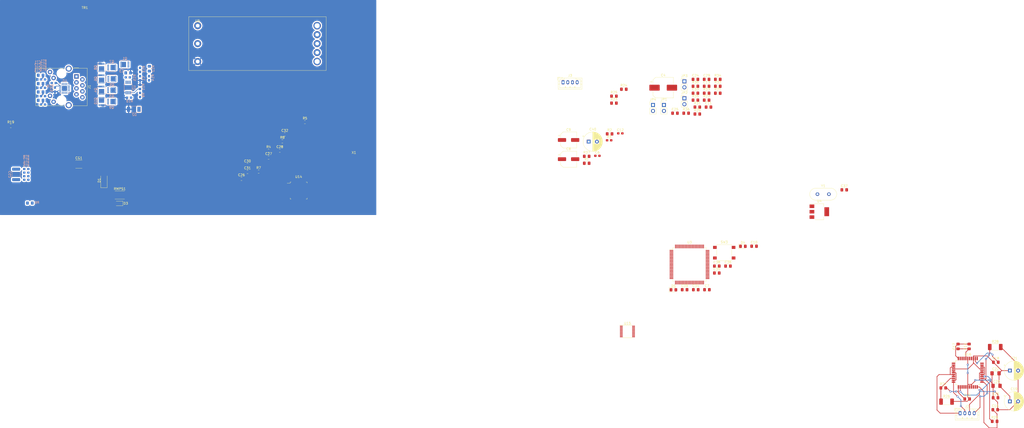
<source format=kicad_pcb>
(kicad_pcb (version 20211014) (generator pcbnew)
  (layers (0 "F.Cu" signal) (31 "B.Cu" signal) (34 "B.Paste" user) (35 "F.Paste" user) (36 "B.SilkS" user "B.Silkscreen") (37 "F.SilkS" user "F.Silkscreen") (38 "B.Mask" user) (39 "F.Mask" user) (44 "Edge.Cuts" user))
  (net 0 "")
  (net 1 "Net-(C1-Pad1)")
  (net 2 "VOUT-")
  (net 3 "Net-(C3-Pad1)")
  (net 4 "/Ethernet/VPORTP")
  (net 5 "+3V3")
  (net 6 "Net-(C26-Pad1)")
  (net 7 "GNDPWR")
  (net 8 "Net-(CG1-Pad1)")
  (net 9 "Net-(CG2-Pad1)")
  (net 10 "Net-(CT1-Pad1)")
  (net 11 "Net-(CT2-Pad1)")
  (net 12 "Net-(CT3-Pad1)")
  (net 13 "Net-(CT4-Pad1)")
  (net 14 "VOUT+")
  (net 15 "Net-(D1-Pad2)")
  (net 16 "Net-(D3-Pad2)")
  (net 17 "Net-(D4-Pad2)")
  (net 18 "Net-(D4-Pad1)")
  (net 19 "Net-(D5-Pad1)")
  (net 20 "Net-(D5-Pad2)")
  (net 21 "Net-(J2-Pad1)")
  (net 22 "Net-(J2-Pad2)")
  (net 23 "Net-(J2-Pad3)")
  (net 24 "Net-(J2-Pad4)")
  (net 25 "Net-(JP1-Pad1)")
  (net 26 "/Ethernet/RCLASS")
  (net 27 "Net-(JP3-Pad1)")
  (net 28 "/Ethernet/RCLASS++")
  (net 29 "Net-(JP4-Pad2)")
  (net 30 "/Ethernet/LED_LINK")
  (net 31 "Net-(J1-Pad11)")
  (net 32 "Net-(J1-Pad9)")
  (net 33 "/Ethernet/LED_ACT")
  (net 34 "Net-(R10-Pad1)")
  (net 35 "Net-(R11-Pad1)")
  (net 36 "Net-(Q1-Pad4)")
  (net 37 "PWRGD")
  (net 38 "Net-(R15-Pad2)")
  (net 39 "Net-(R18-Pad2)")
  (net 40 "Net-(R19-Pad1)")
  (net 41 "/Ethernet/POE_CT12")
  (net 42 "/Ethernet/POE_CT36")
  (net 43 "/Ethernet/POE_CT45")
  (net 44 "/Ethernet/POE_CT78")
  (net 45 "Net-(RT5-Pad1)")
  (net 46 "Net-(RT6-Pad1)")
  (net 47 "Net-(RT7-Pad1)")
  (net 48 "Net-(RT8-Pad1)")
  (net 49 "NRST")
  (net 50 "/Ethernet/RX-")
  (net 51 "/Ethernet/RX+")
  (net 52 "/Ethernet/TX-")
  (net 53 "/Ethernet/TX+")
  (net 54 "Net-(J1-Pad1)")
  (net 55 "Net-(J1-Pad2)")
  (net 56 "Net-(J1-Pad3)")
  (net 57 "Net-(J1-Pad6)")
  (net 58 "Net-(J1-Pad5)")
  (net 59 "Net-(J1-Pad4)")
  (net 60 "Net-(J1-Pad8)")
  (net 61 "Net-(J1-Pad7)")
  (net 62 "/Ethernet/TG36")
  (net 63 "/Ethernet/TG45")
  (net 64 "/Ethernet/TG78")
  (net 65 "/Ethernet/BG78")
  (net 66 "/Ethernet/BG45")
  (net 67 "/Ethernet/BG36")
  (net 68 "/Ethernet/BG12")
  (net 69 "/Ethernet/TG12")
  (net 78 "Net-(C12-Pad1)")
  (net 79 "Net-(R3-Pad1)")
  (net 81 "MDC")
  (net 82 "SPI2_MISO")
  (net 83 "SPI2_MOSI")
  (net 87 "MDIO")
  (net 89 "SPI1_CS")
  (net 90 "SPI1_SCK")
  (net 91 "SPI1_MISO")
  (net 92 "CRS_DV")
  (net 93 "RXD0")
  (net 94 "RXD1")
  (net 95 "CLK_429")
  (net 96 "CLK_2660")
  (net 107 "SPI2_SCK")
  (net 108 "TXEN")
  (net 110 "TXD0")
  (net 111 "TXD1")
  (net 146 "SPI1_MOSI")
  (net 151 "SPI2_CS")
  (net 154 "+12V")
  (net 159 "Net-(R30-Pad1)")
  (net 160 "Net-(R31-Pad1)")
  (net 161 "Net-(R32-Pad1)")
  (net 165 "Net-(U14-Pad34)")
  (net 167 "Net-(R35-Pad1)")
  (net 172 "Net-(J3-Pad3)")
  (net 173 "Net-(R25-Pad2)")
  (net 174 "Net-(J3-Pad4)")
  (net 175 "/Motor_Control/STEP")
  (net 176 "/Motor_Control/DIR")
  (net 180 "Net-(R26-Pad1)")
  (net 181 "Net-(C15-Pad1)")
  (net 182 "Net-(C23-Pad2)")
  (net 184 "Net-(C16-Pad1)")
  (net 185 "Net-(R28-Pad1)")
  (net 188 "Net-(C18-Pad2)")
  (net 192 "Net-(C6-Pad1)")
  (net 194 "GND")
  (net 196 "Net-(R20-Pad1)")
  (footprint "Capacitor_SMD:C_0805_2012Metric_Pad1.15x1.40mm_HandSolder" (layer "F.Cu") (at 290.485001 113.041001)
    (fp_text reference "C7")
    (fp_text value "0.1uF")
  )
  (footprint "Capacitor_SMD:C_0805_2012Metric_Pad1.15x1.40mm_HandSolder" (layer "F.Cu") (at 310.525001 94.551001)
    (fp_text reference "C10")
    (fp_text value "0.1uF")
  )
  (footprint "Capacitor_SMD:C_0805_2012Metric_Pad1.15x1.40mm_HandSolder" (layer "F.Cu") (at 401.9785 137.171 90)
    (fp_text reference "C14")
    (fp_text value "0.1uF")
  )
  (footprint "Capacitor_SMD:C_0805_2012Metric_Pad1.15x1.40mm_HandSolder" (layer "F.Cu") (at 397.2795 137.171 90)
    (fp_text reference "C17")
    (fp_text value "0.1uF")
  )
  (footprint "Capacitor_SMD:C_0805_2012Metric_Pad1.15x1.40mm_HandSolder" (layer "F.Cu") (at 92.528001 65.902001)
    (fp_text reference "C26")
    (fp_text value "0.1uF")
  )
  (footprint "Capacitor_SMD:C_0805_2012Metric_Pad1.15x1.40mm_HandSolder" (layer "F.Cu") (at 104.078001 56.892001)
    (fp_text reference "C27")
    (fp_text value "0.1uF")
  )
  (footprint "Capacitor_SMD:C_0805_2012Metric_Pad1.15x1.40mm_HandSolder" (layer "F.Cu") (at 108.828001 53.942001)
    (fp_text reference "C28")
    (fp_text value "0.1uF")
  )
  (footprint "Capacitor_SMD:C_0805_2012Metric_Pad1.15x1.40mm_HandSolder" (layer "F.Cu") (at 95.088001 60.002001)
    (fp_text reference "C30")
    (fp_text value "0.1uF")
  )
  (footprint "Capacitor_SMD:C_0805_2012Metric_Pad1.15x1.40mm_HandSolder" (layer "F.Cu") (at 95.088001 62.952001)
    (fp_text reference "C31")
    (fp_text value "0.1uF")
  )
  (footprint "Capacitor_SMD:C_0805_2012Metric_Pad1.15x1.40mm_HandSolder" (layer "F.Cu") (at 110.958001 47.002001)
    (fp_text reference "C32")
    (fp_text value "0.1uF")
  )
  (footprint "Capacitor_SMD:C_0805_2012Metric_Pad1.15x1.40mm_HandSolder" (layer "F.Cu") (at 285.735001 113.041001)
    (fp_text reference "C34")
    (fp_text value "0.1uF")
  )
  (footprint "Capacitor_SMD:C_0805_2012Metric_Pad1.15x1.40mm_HandSolder" (layer "F.Cu") (at 294.685001 105.951001)
    (fp_text reference "C35")
    (fp_text value "0.1uF")
  )
  (footprint "Capacitor_SMD:C_0805_2012Metric_Pad1.15x1.40mm_HandSolder" (layer "F.Cu") (at 299.435001 103.001001)
    (fp_text reference "C36")
    (fp_text value "0.1uF")
  )
  (footprint "Capacitor_SMD:C_0805_2012Metric_Pad1.15x1.40mm_HandSolder" (layer "F.Cu") (at 348.885001 70.571001)
    (fp_text reference "C37")
    (fp_text value "0.1uF")
  )
  (footprint "Capacitor_SMD:C_0805_2012Metric_Pad1.15x1.40mm_HandSolder" (layer "F.Cu") (at 294.685001 103.001001)
    (fp_text reference "C38")
    (fp_text value "0.1uF")
  )
  (footprint "Capacitor_SMD:C_0805_2012Metric_Pad1.15x1.40mm_HandSolder" (layer "F.Cu") (at 280.985001 113.041001)
    (fp_text reference "C39")
    (fp_text value "0.1uF")
  )
  (footprint "Capacitor_SMD:C_1812_4532Metric_Pad1.30x3.40mm_HandSolder" (layer "F.Cu") (at 23.368 59.69)
    (fp_text reference "CG1")
    (fp_text value "1000pF")
  )
  (footprint "Diode_SMD:D_SOD-128" (layer "F.Cu") (at 34.036 66.548 90)
    (fp_text reference "D1")
    (fp_text value "D_Schottky")
  )
  (footprint "LED_SMD:LED_0805_2012Metric_Pad1.15x1.40mm_HandSolder" (layer "F.Cu") (at 40.259 76.327 180)
    (fp_text reference "D3")
    (fp_text value "LED")
  )
  (footprint "LED_SMD:LED_0805_2012Metric_Pad1.15x1.40mm_HandSolder" (layer "F.Cu") (at 305.780001 94.596001)
    (fp_text reference "D4")
    (fp_text value "LED")
  )
  (footprint "LED_SMD:LED_0805_2012Metric_Pad1.15x1.40mm_HandSolder" (layer "F.Cu") (at 276.240001 113.086001)
    (fp_text reference "D5")
    (fp_text value "LED")
  )
  (footprint "Connector_JST:JST_PH_B4B-PH-K_1x04_P2.00mm_Vertical" (layer "F.Cu") (at 398.153 165.568)
    (fp_text reference "J2")
    (fp_text value "Motor")
  )
  (footprint "Resistor_SMD:R_0805_2012Metric_Pad1.15x1.40mm_HandSolder" (layer "F.Cu") (at 104.078001 53.942001)
    (fp_text reference "R4")
    (fp_text value "34.8")
  )
  (footprint "Resistor_SMD:R_0805_2012Metric_Pad1.15x1.40mm_HandSolder" (layer "F.Cu") (at 119.516 41.783)
    (fp_text reference "R5")
    (fp_text value "140")
  )
  (footprint "Resistor_SMD:R_0805_2012Metric_Pad1.15x1.40mm_HandSolder" (layer "F.Cu") (at 99.838001 62.852001)
    (fp_text reference "R7")
    (fp_text value "330")
  )
  (footprint "Resistor_SMD:R_0805_2012Metric_Pad1.15x1.40mm_HandSolder" (layer "F.Cu") (at 109.908001 49.952001)
    (fp_text reference "R8")
    (fp_text value "330")
  )
  (footprint "Resistor_SMD:R_2512_6332Metric_Pad1.52x3.35mm_HandSolder" (layer "F.Cu") (at 40.767 72.771)
    (fp_text reference "RMPS1")
    (fp_text value "3k")
  )
  (footprint "Button_Switch_SMD:SW_SPST_B3S-1000" (layer "F.Cu") (at 297.835001 97.301001)
    (fp_text reference "SW3")
    (fp_text value "SW_Push")
  )
  (footprint "PoE_Stepper_Driver:PoE_Transformer" (layer "F.Cu") (at 39.624 10.922 180)
    (fp_text reference "TR1")
    (fp_text value "Transformer")
  )
  (footprint "Package_QFP:LQFP-100_14x14mm_P0.5mm" (layer "F.Cu") (at 283.065001 102.321001)
    (fp_text reference "U3")
    (fp_text value "STM32F407VETx")
  )
  (footprint "Package_TO_SOT_SMD:SOT-223-3_TabPin2" (layer "F.Cu") (at 338.285001 79.871001)
    (fp_text reference "U4")
    (fp_text value "NCP1117")
  )
  (footprint "Package_QFP:LQFP-48_7x7mm_P0.5mm" (layer "F.Cu") (at 116.84 70.866)
    (fp_text reference "U14")
    (fp_text value "DP83848C")
  )
  (footprint "Package_SO:SSOP-16_3.9x4.9mm_P0.635mm" (layer "F.Cu") (at 256.667 130.81)
    (fp_text reference "U15")
    (fp_text value "TMC429-I")
  )
  (footprint "Package_QFP:PQFP-44_10x10mm_P0.8mm" (layer "F.Cu") (at 401.407 148.338)
    (fp_text reference "U16")
    (fp_text value "TMC2660C-PA")
  )
  (footprint "PoE_Stepper_Driver:SXO53C" (layer "F.Cu") (at 140.335 56.769)
    (fp_text reference "X1")
    (fp_text value "SXO53C")
  )
  (footprint "Crystal:Crystal_HC49-4H_Vertical" (layer "F.Cu") (at 337.485001 72.421001)
    (fp_text reference "Y1")
    (fp_text value "8MHz")
  )
  (footprint "Connector_RJ:RJ45_Amphenol_RJMG1BD3B8K1ANR" (layer "F.Cu") (at 22.352 22.352 -90)
    (fp_text reference "J1")
    (fp_text value "RJ45")
  )
  (footprint "PoE_Stepper_Driver:E48SC12010" (layer "F.Cu") (at 73.914 0.762)
    (fp_text reference "U5")
    (fp_text value "E48SC12010")
  )
  (footprint "Capacitor_SMD:CP_Elec_8x10.5" (layer "F.Cu") (at 271.897001 27.131001)
    (fp_text reference "C4")
    (fp_text value "22uF")
  )
  (footprint "Capacitor_SMD:C_0603_1608Metric_Pad1.05x0.95mm_HandSolder" (layer "F.Cu") (at 243.897001 56.101001)
    (fp_text reference "C6")
    (fp_text value "20pF")
  )
  (footprint "Capacitor_SMD:CP_Elec_6.3x5.4" (layer "F.Cu") (at 231.647001 57.521001)
    (fp_text reference "C8")
    (fp_text value "10uF")
  )
  (footprint "Capacitor_SMD:CP_Elec_6.3x5.4" (layer "F.Cu") (at 231.647001 49.371001)
    (fp_text reference "C9")
    (fp_text value "10uF")
  )
  (footprint "Capacitor_SMD:C_0805_2012Metric_Pad1.15x1.40mm_HandSolder" (layer "F.Cu") (at 291.147001 35.381001)
    (fp_text reference "C11")
    (fp_text value "0.1uF")
  )
  (footprint "Capacitor_SMD:C_0603_1608Metric_Pad1.05x0.95mm_HandSolder" (layer "F.Cu") (at 253.637001 46.551001)
    (fp_text reference "C12")
    (fp_text value "20pF")
  )
  (footprint "Capacitor_SMD:C_0805_2012Metric_Pad1.15x1.40mm_HandSolder" (layer "F.Cu") (at 290.347001 26.531001)
    (fp_text reference "C13")
    (fp_text value "0.1uF")
  )
  (footprint "Capacitor_SMD:C_0805_2012Metric_Pad1.15x1.40mm_HandSolder" (layer "F.Cu") (at 401.153 159.514)
    (fp_text reference "C15")
    (fp_text value "10nF")
  )
  (footprint "Capacitor_SMD:C_0805_2012Metric_Pad1.15x1.40mm_HandSolder" (layer "F.Cu") (at 413.091 164.086)
    (fp_text reference "C16")
    (fp_text value "10nF")
  )
  (footprint "Capacitor_SMD:C_0805_2012Metric_Pad1.15x1.40mm_HandSolder" (layer "F.Cu") (at 413.345 143.893)
    (fp_text reference "C18")
    (fp_text value "220nF")
  )
  (footprint "Capacitor_THT:CP_Radial_D8.0mm_P3.50mm" (layer "F.Cu") (at 419.314 160.53)
    (fp_text reference "C19")
    (fp_text value "100uF")
  )
  (footprint "Capacitor_SMD:C_1206_3216Metric_Pad1.42x1.75mm_HandSolder" (layer "F.Cu") (at 413.639 153.924)
    (fp_text reference "C20")
    (fp_text value "10uF")
  )
  (footprint "Capacitor_THT:CP_Radial_D8.0mm_P3.50mm" (layer "F.Cu") (at 419.314 147.449)
    (fp_text reference "C21")
    (fp_text value "100uF")
  )
  (footprint "Capacitor_SMD:C_1206_3216Metric_Pad1.42x1.75mm_HandSolder" (layer "F.Cu") (at 413.227 148.592)
    (fp_text reference "C22")
    (fp_text value "10uF")
  )
  (footprint "Capacitor_SMD:C_0805_2012Metric_Pad1.15x1.40mm_HandSolder" (layer "F.Cu") (at 413.218 159.006)
    (fp_text reference "C23")
    (fp_text value "470nF")
  )
  (footprint "Capacitor_SMD:C_0805_2012Metric_Pad1.15x1.40mm_HandSolder" (layer "F.Cu") (at 285.597001 23.581001)
    (fp_text reference "C24")
    (fp_text value "0.1uF")
  )
  (footprint "Capacitor_SMD:C_0805_2012Metric_Pad1.15x1.40mm_HandSolder" (layer "F.Cu") (at 276.897001 37.981001)
    (fp_text reference "C25")
    (fp_text value "0.1uF")
  )
  (footprint "Capacitor_SMD:C_0805_2012Metric_Pad1.15x1.40mm_HandSolder" (layer "F.Cu") (at 290.347001 23.581001)
    (fp_text reference "C29")
    (fp_text value "10uF")
  )
  (footprint "Capacitor_SMD:C_0805_2012Metric_Pad1.15x1.40mm_HandSolder" (layer "F.Cu") (at 285.597001 29.481001)
    (fp_text reference "C33")
    (fp_text value "10nF")
  )
  (footprint "Capacitor_THT:CP_Radial_D8.0mm_P3.50mm" (layer "F.Cu") (at 240.191699 50.071001)
    (fp_text reference "C40")
    (fp_text value "47uF")
  )
  (footprint "Connector_JST:JST_PH_B4B-PH-K_1x04_P2.00mm_Vertical" (layer "F.Cu") (at 229.297001 24.831001)
    (fp_text reference "J3")
    (fp_text value "Limits")
  )
  (footprint "Connector_PinHeader_2.54mm:PinHeader_1x02_P2.54mm_Vertical" (layer "F.Cu") (at 272.197001 34.481001)
    (fp_text reference "JP1")
    (fp_text value "Jumper_NO_Small")
  )
  (footprint "Connector_PinHeader_2.54mm:PinHeader_1x02_P2.54mm_Vertical" (layer "F.Cu") (at 280.897001 31.631001)
    (fp_text reference "JP2")
    (fp_text value "Jumper_NO_Small")
  )
  (footprint "Connector_PinHeader_2.54mm:PinHeader_1x02_P2.54mm_Vertical" (layer "F.Cu") (at 280.897001 24.431001)
    (fp_text reference "JP3")
    (fp_text value "Jumper_NO_Small")
  )
  (footprint "Connector_PinHeader_2.54mm:PinHeader_1x02_P2.54mm_Vertical" (layer "F.Cu") (at 267.547001 34.481001)
    (fp_text reference "JP4")
    (fp_text value "Jumper_NO_Small")
  )
  (footprint "Resistor_SMD:R_0805_2012Metric_Pad1.15x1.40mm_HandSolder" (layer "F.Cu") (at 239.347001 59.271001)
    (fp_text reference "R1")
    (fp_text value "470")
  )
  (footprint "Resistor_SMD:R_0805_2012Metric_Pad1.15x1.40mm_HandSolder" (layer "F.Cu") (at 249.087001 46.771001)
    (fp_text reference "R2")
    (fp_text value "470")
  )
  (footprint "Resistor_SMD:R_0603_1608Metric_Pad1.05x0.95mm_HandSolder" (layer "F.Cu") (at 248.887001 49.501001)
    (fp_text reference "R3")
    (fp_text value "220")
  )
  (footprint "Resistor_SMD:R_0805_2012Metric_Pad1.15x1.40mm_HandSolder" (layer "F.Cu") (at -5.588 43.434)
    (fp_text reference "R19")
    (fp_text value "18")
  )
  (footprint "Resistor_SMD:R_0805_2012Metric_Pad1.15x1.40mm_HandSolder" (layer "F.Cu") (at 286.397001 38.331001)
    (fp_text reference "R20")
    (fp_text value "150")
  )
  (footprint "Resistor_SMD:R_0805_2012Metric_Pad1.15x1.40mm_HandSolder" (layer "F.Cu") (at 295.097001 29.481001)
    (fp_text reference "R21")
    (fp_text value "18")
  )
  (footprint "Resistor_SMD:R_0805_2012Metric_Pad1.15x1.40mm_HandSolder" (layer "F.Cu") (at 290.347001 32.431001)
    (fp_text reference "R22")
    (fp_text value "18")
  )
  (footprint "Resistor_SMD:R_0805_2012Metric_Pad1.15x1.40mm_HandSolder" (layer "F.Cu") (at 250.937001 33.691001)
    (fp_text reference "R23")
    (fp_text value "10k")
  )
  (footprint "Resistor_SMD:R_0805_2012Metric_Pad1.15x1.40mm_HandSolder" (layer "F.Cu") (at 255.137001 27.791001)
    (fp_text reference "R24")
    (fp_text value "10k")
  )
  (footprint "Resistor_SMD:R_0805_2012Metric_Pad1.15x1.40mm_HandSolder" (layer "F.Cu") (at 250.937001 30.741001)
    (fp_text reference "R25")
    (fp_text value "10k")
  )
  (footprint "Resistor_SMD:R_2010_5025Metric_Pad1.52x2.65mm_HandSolder" (layer "F.Cu") (at 392.39 160.657)
    (fp_text reference "R26")
    (fp_text value "75m")
  )
  (footprint "Resistor_SMD:R_0805_2012Metric_Pad1.15x1.40mm_HandSolder" (layer "F.Cu") (at 390.993 154.815)
    (fp_text reference "R27")
    (fp_text value "22")
  )
  (footprint "Resistor_SMD:R_2010_5025Metric_Pad1.52x2.65mm_HandSolder" (layer "F.Cu") (at 413.091 137.416)
    (fp_text reference "R28")
    (fp_text value "75m")
  )
  (footprint "Resistor_SMD:R_0805_2012Metric_Pad1.15x1.40mm_HandSolder" (layer "F.Cu") (at 412.837 169.039)
    (fp_text reference "R29")
    (fp_text value "22")
  )
  (footprint "Resistor_SMD:R_0805_2012Metric_Pad1.15x1.40mm_HandSolder" (layer "F.Cu") (at 285.597001 26.531001)
    (fp_text reference "R30")
    (fp_text value "2.2k")
  )
  (footprint "Resistor_SMD:R_0805_2012Metric_Pad1.15x1.40mm_HandSolder" (layer "F.Cu") (at 286.397001 35.381001)
    (fp_text reference "R31")
    (fp_text value "2.2k")
  )
  (footprint "Resistor_SMD:R_0805_2012Metric_Pad1.15x1.40mm_HandSolder" (layer "F.Cu") (at 295.097001 26.531001)
    (fp_text reference "R32")
    (fp_text value "4.7k")
  )
  (footprint "Resistor_SMD:R_0805_2012Metric_Pad1.15x1.40mm_HandSolder" (layer "F.Cu") (at 290.347001 29.481001)
    (fp_text reference "R33")
    (fp_text value "18")
  )
  (footprint "Resistor_SMD:R_0805_2012Metric_Pad1.15x1.40mm_HandSolder" (layer "F.Cu") (at 295.097001 23.581001)
    (fp_text reference "R34")
    (fp_text value "18")
  )
  (footprint "Resistor_SMD:R_0805_2012Metric_Pad1.15x1.40mm_HandSolder" (layer "F.Cu") (at 285.597001 32.431001)
    (fp_text reference "R35")
    (fp_text value "2.2k")
  )
  (footprint "Resistor_SMD:R_0805_2012Metric_Pad1.15x1.40mm_HandSolder" (layer "F.Cu") (at 281.647001 37.981001)
    (fp_text reference "R36")
    (fp_text value "2.2k")
  )
  (footprint "Resistor_SMD:R_0805_2012Metric_Pad1.15x1.40mm_HandSolder" (layer "F.Cu") (at 239.347001 56.321001)
    (fp_text reference "R37")
    (fp_text value "10k")
  )
  (footprint "Capacitor_SMD:C_0603_1608Metric_Pad1.05x0.95mm_HandSolder" (layer "B.Cu") (at 49.403 23.114 -90)
    (fp_text reference "C1")
    (fp_text value "0.047uF")
  )
  (footprint "Capacitor_SMD:C_0805_2012Metric_Pad1.15x1.40mm_HandSolder" (layer "B.Cu") (at 44.332 20.828)
    (fp_text reference "C3")
    (fp_text value "47nF")
  )
  (footprint "Capacitor_SMD:C_1812_4532Metric_Pad1.30x3.40mm_HandSolder" (layer "B.Cu") (at -3.302 64.008 -90)
    (fp_text reference "CG2")
    (fp_text value "1000pF")
  )
  (footprint "Capacitor_SMD:C_0805_2012Metric_Pad1.15x1.40mm_HandSolder" (layer "B.Cu") (at 7.112 25.4 180)
    (fp_text reference "CT2")
    (fp_text value "0.01uF")
  )
  (footprint "Capacitor_SMD:C_0805_2012Metric_Pad1.15x1.40mm_HandSolder" (layer "B.Cu") (at 7.112 32.512 180)
    (fp_text reference "CT3")
    (fp_text value "0.01uF")
  )
  (footprint "Diode_SMD:D_SOD-128" (layer "B.Cu") (at 46.736 36.322 180)
    (fp_text reference "D2")
    (fp_text value "TVS")
  )
  (footprint "Resistor_SMD:R_0805_2012Metric_Pad1.15x1.40mm_HandSolder" (layer "B.Cu") (at 2.54 76.2 180)
    (fp_text reference "R6")
    (fp_text value "46.4")
  )
  (footprint "Resistor_SMD:R_0603_1608Metric_Pad1.05x0.95mm_HandSolder" (layer "B.Cu") (at 49.403 30.226 90)
    (fp_text reference "R9")
    (fp_text value "174k")
  )
  (footprint "Resistor_SMD:R_0603_1608Metric_Pad1.05x0.95mm_HandSolder" (layer "B.Cu") (at 44.704 31.369 180)
    (fp_text reference "R10")
    (fp_text value "52.3k")
  )
  (footprint "Resistor_SMD:R_0603_1608Metric_Pad1.05x0.95mm_HandSolder" (layer "B.Cu") (at 49.403 26.811 90)
    (fp_text reference "R11")
    (fp_text value "0")
  )
  (footprint "Resistor_SMD:R_0805_2012Metric_Pad1.15x1.40mm_HandSolder" (layer "B.Cu") (at 53.34 19.05 90)
    (fp_text reference "R12")
    (fp_text value "8.2")
  )
  (footprint "Resistor_SMD:R_0603_1608Metric_Pad1.05x0.95mm_HandSolder" (layer "B.Cu") (at 49.403 19.558 90)
    (fp_text reference "R13")
    (fp_text value "3.3K")
  )
  (footprint "Resistor_SMD:R_0603_1608Metric_Pad1.05x0.95mm_HandSolder" (layer "B.Cu") (at 53.213 23.114 -90)
    (fp_text reference "R14")
    (fp_text value "100k")
  )
  (footprint "Resistor_SMD:R_0603_1608Metric_Pad1.05x0.95mm_HandSolder" (layer "B.Cu") (at 44.196 22.733 180)
    (fp_text reference "R15")
    (fp_text value "100k")
  )
  (footprint "Resistor_SMD:R_0603_1608Metric_Pad1.05x0.95mm_HandSolder" (layer "B.Cu") (at 12.7 25.146 180)
    (fp_text reference "R18")
    (fp_text value "0")
  )
  (footprint "Resistor_SMD:R_0603_1608Metric_Pad1.05x0.95mm_HandSolder" (layer "B.Cu") (at 8.128 27.178 180)
    (fp_text reference "RT2")
    (fp_text value "75")
  )
  (footprint "Resistor_SMD:R_0603_1608Metric_Pad1.05x0.95mm_HandSolder" (layer "B.Cu") (at 8.128 34.29 180)
    (fp_text reference "RT3")
    (fp_text value "75")
  )
  (footprint "Resistor_SMD:R_0603_1608Metric_Pad1.05x0.95mm_HandSolder" (layer "B.Cu") (at 8.128 30.734 180)
    (fp_text reference "RT4")
    (fp_text value "75")
  )
  (footprint "Resistor_SMD:R_0603_1608Metric_Pad1.05x0.95mm_HandSolder" (layer "B.Cu") (at 1.016 66.294 180)
    (fp_text reference "RT5")
    (fp_text value "75")
  )
  (footprint "Resistor_SMD:R_0603_1608Metric_Pad1.05x0.95mm_HandSolder" (layer "B.Cu") (at 1.016 64.77 180)
    (fp_text reference "RT6")
    (fp_text value "75")
  )
  (footprint "Resistor_SMD:R_0603_1608Metric_Pad1.05x0.95mm_HandSolder" (layer "B.Cu") (at 1.016 63.246 180)
    (fp_text reference "RT7")
    (fp_text value "75")
  )
  (footprint "Resistor_SMD:R_0603_1608Metric_Pad1.05x0.95mm_HandSolder" (layer "B.Cu") (at 1.016 61.722 180)
    (fp_text reference "RT8")
    (fp_text value "75")
  )
  (footprint "Package_DFN_QFN:QFN-16-1EP_4x4mm_P0.65mm_EP2.15x2.15mm" (layer "B.Cu") (at 17.272 27.432 180)
    (fp_text reference "U1")
    (fp_text value "LT4321")
  )
  (footprint "Capacitor_SMD:C_0805_2012Metric_Pad1.15x1.40mm_HandSolder" (layer "B.Cu") (at 7.112 28.956 180)
    (fp_text reference "CT4")
    (fp_text value "0.01uF")
  )
  (footprint "Capacitor_SMD:C_0805_2012Metric_Pad1.15x1.40mm_HandSolder" (layer "B.Cu") (at 7.121 21.844 180)
    (fp_text reference "CT1")
    (fp_text value "0.01uF")
  )
  (footprint "Resistor_SMD:R_0603_1608Metric_Pad1.05x0.95mm_HandSolder" (layer "B.Cu") (at 8.128 23.622 180)
    (fp_text reference "RT1")
    (fp_text value "75")
  )
  (footprint "Capacitor_SMD:C_0603_1608Metric_Pad1.05x0.95mm_HandSolder" (layer "B.Cu") (at 13.208 27.94 -90)
    (fp_text reference "C5")
    (fp_text value "0.047uF")
  )
  (footprint "Package_SO:MSOP-10_3x3mm_P0.5mm" (layer "B.Cu") (at 44.323 27.051 90)
    (fp_text reference "U2")
    (fp_text value "LT4293")
  )
  (footprint "Package_TO_SOT_SMD:LFPAK33" (layer "B.Cu") (at 42.926 17.272 180)
    (fp_text reference "Q1")
    (fp_text value "NMOS_POE")
  )
  (footprint "Package_TO_SOT_SMD:LFPAK33" (layer "B.Cu") (at 37.338 28.194)
    (fp_text reference "Q3")
    (fp_text value "NMOS_POE")
  )
  (footprint "Package_TO_SOT_SMD:LFPAK33" (layer "B.Cu") (at 33.02 28.194 -90)
    (fp_text reference "Q4")
    (fp_text value "NMOS_POE")
  )
  (footprint "Package_TO_SOT_SMD:LFPAK33" (layer "B.Cu") (at 37.441 23.368)
    (fp_text reference "Q5")
    (fp_text value "NMOS_POE")
  )
  (footprint "Package_TO_SOT_SMD:LFPAK33" (layer "B.Cu") (at 33.02 23.368 -90)
    (fp_text reference "Q6")
    (fp_text value "NMOS_POE")
  )
  (footprint "Package_TO_SOT_SMD:LFPAK33" (layer "B.Cu") (at 37.377 18.542)
    (fp_text reference "Q7")
    (fp_text value "NMOS_POE")
  )
  (footprint "Package_TO_SOT_SMD:LFPAK33" (layer "B.Cu") (at 33.02 18.542 -90)
    (fp_text reference "Q8")
    (fp_text value "NMOS_POE")
  )
  (footprint "Package_TO_SOT_SMD:LFPAK33" (layer "B.Cu") (at 37.338 33.02)
    (fp_text reference "Q9")
    (fp_text value "NMOS_POE")
  )
  (footprint "Package_TO_SOT_SMD:LFPAK33" (layer "B.Cu") (at 33.02 33.02 90)
    (fp_text reference "Q10")
    (fp_text value "NMOS_POE")
  )
  (segment (start 14.111 28.815) (end 14.519 28.407) (width 0.254) (layer "B.Cu") (net 2))
  (segment (start 13.208 28.815) (end 14.111 28.815) (width 0.254) (layer "B.Cu") (net 2))
  (segment (start 14.519 28.407) (end 15.4345 28.407) (width 0.254) (layer "B.Cu") (net 2))
  (segment (start 13.208 27.065) (end 13.208 26.924) (width 0.254) (layer "B.Cu") (net 4))
  (segment (start 13.675 26.457) (end 15.4345 26.457) (width 0.254) (layer "B.Cu") (net 4))
  (segment (start 13.208 26.924) (end 13.675 26.457) (width 0.254) (layer "B.Cu") (net 4))
  (segment (start 13.575 25.146) (end 14.1235 25.146) (width 0.254) (layer "B.Cu") (net 4))
  (segment (start 14.1235 25.146) (end 15.4345 26.457) (width 0.254) (layer "B.Cu") (net 4))
  (segment (start 400.607 139.5675) (end 400.607 142.288) (width 0.254) (layer "F.Cu") (net 5))
  (segment (start 397.2795 138.196) (end 401.9785 138.196) (width 0.254) (layer "F.Cu") (net 5))
  (segment (start 401.9785 138.196) (end 400.607 139.5675) (width 0.254) (layer "F.Cu") (net 5))
  (segment (start 8.146 21.844) (end 8.146 22.729) (width 0.508) (layer "B.Cu") (net 10))
  (segment (start 8.146 22.729) (end 7.253 23.622) (width 0.508) (layer "B.Cu") (net 10))
  (segment (start 8.137 25.4) (end 8.137 26.294) (width 0.508) (layer "B.Cu") (net 11))
  (segment (start 8.137 26.294) (end 7.253 27.178) (width 0.508) (layer "B.Cu") (net 11))
  (segment (start 8.137 32.512) (end 8.137 33.406) (width 0.508) (layer "B.Cu") (net 12))
  (segment (start 8.137 33.406) (end 7.253 34.29) (width 0.508) (layer "B.Cu") (net 12))
  (segment (start 8.137 29.85) (end 7.253 30.734) (width 0.508) (layer "B.Cu") (net 13))
  (segment (start 8.137 28.956) (end 8.137 29.85) (width 0.508) (layer "B.Cu") (net 13))
  (segment (start 395.357 149.138) (end 395.357 149.938) (width 0.254) (layer "F.Cu") (net 21))
  (segment (start 393.952 146.339) (end 394.353 145.938) (width 0.254) (layer "F.Cu") (net 21))
  (segment (start 395.357 145.938) (end 395.357 145.138) (width 0.254) (layer "F.Cu") (net 21))
  (segment (start 389.177 149.138) (end 393.952 149.138) (width 0.254) (layer "F.Cu") (net 21))
  (segment (start 388.326 149.989) (end 389.177 149.138) (width 0.254) (layer "F.Cu") (net 21))
  (segment (start 398.153 165.568) (end 389.681 165.568) (width 0.254) (layer "F.Cu") (net 21))
  (segment (start 393.952 149.138) (end 393.952 146.339) (width 0.254) (layer "F.Cu") (net 21))
  (segment (start 393.952 149.138) (end 395.357 149.138) (width 0.254) (layer "F.Cu") (net 21))
  (segment (start 388.326 164.213) (end 388.326 149.989) (width 0.254) (layer "F.Cu") (net 21))
  (segment (start 394.353 145.938) (end 395.357 145.938) (width 0.254) (layer "F.Cu") (net 21))
  (segment (start 389.681 165.568) (end 388.326 164.213) (width 0.254) (layer "F.Cu") (net 21))
  (segment (start 398.486 162.562) (end 400.153 164.229) (width 0.254) (layer "F.Cu") (net 22))
  (segment (start 395.357 148.338) (end 395.357 147.538) (width 0.254) (layer "F.Cu") (net 22))
  (segment (start 395.357 152.338) (end 395.357 156.766) (width 0.254) (layer "F.Cu") (net 22))
  (segment (start 396.220022 151.538) (end 396.433511 151.324511) (width 0.254) (layer "F.Cu") (net 22))
  (segment (start 400.153 164.229) (end 400.153 165.568) (width 0.254) (layer "F.Cu") (net 22))
  (segment (start 395.357 151.538) (end 396.220022 151.538) (width 0.254) (layer "F.Cu") (net 22))
  (segment (start 396.433511 148.551489) (end 396.220022 148.338) (width 0.254) (layer "F.Cu") (net 22))
  (segment (start 395.357 156.766) (end 397.089 158.498) (width 0.254) (layer "F.Cu") (net 22))
  (segment (start 396.220022 148.338) (end 395.357 148.338) (width 0.254) (layer "F.Cu") (net 22))
  (segment (start 395.357 152.338) (end 395.357 151.538) (width 0.254) (layer "F.Cu") (net 22))
  (segment (start 396.433511 151.324511) (end 396.433511 148.551489) (width 0.254) (layer "F.Cu") (net 22))
  (via (at 397.089 158.498) (size 0.8) (drill 0.4) (layers "F.Cu" "B.Cu") (net 22))
  (via (at 398.486 162.562) (size 0.8) (drill 0.4) (layers "F.Cu" "B.Cu") (net 22))
  (segment (start 397.089 158.498) (end 398.486 159.895) (width 0.254) (layer "B.Cu") (net 22))
  (segment (start 398.486 159.895) (end 398.486 162.562) (width 0.254) (layer "B.Cu") (net 22))
  (segment (start 407.457 145.138) (end 407.457 145.938) (width 0.254) (layer "F.Cu") (net 23))
  (segment (start 408.320022 145.938) (end 407.457 145.938) (width 0.254) (layer "F.Cu") (net 23))
  (segment (start 408.533511 148.924511) (end 408.533511 146.151489) (width 0.254) (layer "F.Cu") (net 23))
  (segment (start 407.457 149.938) (end 407.457 149.138) (width 0.254) (layer "F.Cu") (net 23))
  (segment (start 408.533511 146.151489) (end 408.320022 145.938) (width 0.254) (layer "F.Cu") (net 23))
  (segment (start 407.457 149.138) (end 408.320022 149.138) (width 0.254) (layer "F.Cu") (net 23))
  (segment (start 402.153 161.804557) (end 406.416099 157.541458) (width 0.254) (layer "F.Cu") (net 23))
  (segment (start 402.153 165.568) (end 402.153 161.804557) (width 0.254) (layer "F.Cu") (net 23))
  (segment (start 408.320022 149.138) (end 408.533511 148.924511) (width 0.254) (layer "F.Cu") (net 23))
  (segment (start 406.416099 157.541458) (end 406.416099 155.689198) (width 0.254) (layer "F.Cu") (net 23))
  (segment (start 408.4275 149.920522) (end 407.474478 149.920522) (width 0.254) (layer "F.Cu") (net 23))
  (segment (start 407.474478 149.920522) (end 407.457 149.938) (width 0.254) (layer "F.Cu") (net 23))
  (via (at 406.416099 155.689198) (size 0.8) (drill 0.4) (layers "F.Cu" "B.Cu") (net 23))
  (via (at 408.4275 149.920522) (size 0.8) (drill 0.4) (layers "F.Cu" "B.Cu") (net 23))
  (segment (start 407.402245 155.689198) (end 411.277511 151.813932) (width 0.254) (layer "B.Cu") (net 23))
  (segment (start 411.277511 151.813932) (end 411.277511 151.212068) (width 0.254) (layer "B.Cu") (net 23))
  (segment (start 411.277511 151.212068) (end 409.985965 149.920522) (width 0.254) (layer "B.Cu") (net 23))
  (segment (start 406.416099 155.689198) (end 407.402245 155.689198) (width 0.254) (layer "B.Cu") (net 23))
  (segment (start 409.985965 149.920522) (end 408.4275 149.920522) (width 0.254) (layer "B.Cu") (net 23))
  (segment (start 406.593978 151.538) (end 406.380489 151.324511) (width 0.254) (layer "F.Cu") (net 24))
  (segment (start 408.201 152.338) (end 407.457 152.338) (width 0.254) (layer "F.Cu") (net 24))
  (segment (start 409.662 157.0655) (end 409.662 153.799) (width 0.254) (layer "F.Cu") (net 24))
  (segment (start 407.457 148.338) (end 407.457 147.538) (width 0.254) (layer "F.Cu") (net 24))
  (segment (start 406.380489 148.571511) (end 406.614 148.338) (width 0.254) (layer "F.Cu") (net 24))
  (segment (start 404.153 165.568) (end 406.614 163.107) (width 0.254) (layer "F.Cu") (net 24))
  (segment (start 407.457 152.338) (end 407.457 151.538) (width 0.254) (layer "F.Cu") (net 24))
  (segment (start 406.614 148.338) (end 407.457 148.338) (width 0.254) (layer "F.Cu") (net 24))
  (segment (start 409.662 153.799) (end 408.201 152.338) (width 0.254) (layer "F.Cu") (net 24))
  (segment (start 406.614 163.107) (end 406.614 158.371) (width 0.254) (layer "F.Cu") (net 24))
  (segment (start 406.380489 151.324511) (end 406.380489 148.571511) (width 0.254) (layer "F.Cu") (net 24))
  (segment (start 407.457 151.538) (end 406.593978 151.538) (width 0.254) (layer "F.Cu") (net 24))
  (via (at 409.662 157.0655) (size 0.8) (drill 0.4) (layers "F.Cu" "B.Cu") (net 24))
  (via (at 406.614 158.371) (size 0.8) (drill 0.4) (layers "F.Cu" "B.Cu") (net 24))
  (segment (start 406.614 158.371) (end 408.3565 158.371) (width 0.254) (layer "B.Cu") (net 24))
  (segment (start 408.3565 158.371) (end 409.662 157.0655) (width 0.254) (layer "B.Cu") (net 24))
  (segment (start 45.323 29.251) (end 46.949 29.251) (width 0.254) (layer "B.Cu") (net 35))
  (segment (start 46.949 29.251) (end 48.514 27.686) (width 0.254) (layer "B.Cu") (net 35))
  (segment (start 48.514 27.686) (end 49.403 27.686) (width 0.254) (layer "B.Cu") (net 35))
  (segment (start 406.453 146.738) (end 403.807 144.092) (width 0.254) (layer "F.Cu") (net 154))
  (segment (start 409.638489 141.211489) (end 403.879511 141.211489) (width 0.254) (layer "F.Cu") (net 154))
  (segment (start 414.7145 153.799) (end 419.314 158.3985) (width 0.254) (layer "F.Cu") (net 154))
  (segment (start 414.7145 153.799) (end 414.7145 148.592) (width 0.254) (layer "F.Cu") (net 154))
  (segment (start 419.314 158.3985) (end 419.314 160.53) (width 0.254) (layer "F.Cu") (net 154))
  (segment (start 395.357 146.738) (end 401.483 146.738) (width 0.254) (layer "F.Cu") (net 154))
  (segment (start 403.807 141.284) (end 403.807 142.288) (width 0.254) (layer "F.Cu") (net 154))
  (segment (start 412.32 143.893) (end 412.32 143.9115) (width 0.254) (layer "F.Cu") (net 154))
  (segment (start 403.807 144.414) (end 403.807 144.092) (width 0.254) (layer "F.Cu") (net 154))
  (segment (start 415.8575 147.449) (end 414.7145 148.592) (width 0.254) (layer "F.Cu") (net 154))
  (segment (start 407.457 146.738) (end 406.453 146.738) (width 0.254) (layer "F.Cu") (net 154))
  (segment (start 403.879511 141.211489) (end 403.807 141.284) (width 0.254) (layer "F.Cu") (net 154))
  (segment (start 401.483 146.738) (end 403.807 144.414) (width 0.254) (layer "F.Cu") (net 154))
  (segment (start 403.807 143.151022) (end 403.807 142.288) (width 0.254) (layer "F.Cu") (net 154))
  (segment (start 412.32 143.893) (end 409.638489 141.211489) (width 0.254) (layer "F.Cu") (net 154))
  (segment (start 419.314 147.449) (end 415.8575 147.449) (width 0.254) (layer "F.Cu") (net 154))
  (segment (start 403.807 144.092) (end 403.807 142.288) (width 0.254) (layer "F.Cu") (net 154))
  (segment (start 412.32 143.9115) (end 415.8575 147.449) (width 0.254) (layer "F.Cu") (net 154))
  (segment (start 389.968 154.815) (end 389.968 159.8105) (width 0.254) (layer "F.Cu") (net 180))
  (segment (start 394.045 150.738) (end 395.357 150.738) (width 0.254) (layer "F.Cu") (net 180))
  (segment (start 389.968 159.8105) (end 390.0525 159.895) (width 0.254) (layer "F.Cu") (net 180))
  (segment (start 389.968 154.815) (end 394.045 150.738) (width 0.254) (layer "F.Cu") (net 180))
  (segment (start 397.407 156.276) (end 397.407 154.388) (width 0.254) (layer "F.Cu") (net 181))
  (segment (start 392.018 154.815) (end 392.517 154.815) (width 0.254) (layer "F.Cu") (net 181))
  (segment (start 397.407 156.793) (end 397.407 156.276) (width 0.254) (layer "F.Cu") (net 181))
  (segment (start 396.454 156.339) (end 397.344 156.339) (width 0.254) (layer "F.Cu") (net 181))
  (segment (start 397.344 156.339) (end 397.407 156.276) (width 0.254) (layer "F.Cu") (net 181))
  (segment (start 400.128 159.514) (end 397.407 156.793) (width 0.254) (layer "F.Cu") (net 181))
  (segment (start 392.517 154.815) (end 394.041 156.339) (width 0.254) (layer "F.Cu") (net 181))
  (via (at 394.041 156.339) (size 0.8) (drill 0.4) (layers "F.Cu" "B.Cu") (net 181))
  (via (at 396.454 156.339) (size 0.8) (drill 0.4) (layers "F.Cu" "B.Cu") (net 181))
  (segment (start 394.041 156.339) (end 396.454 156.339) (width 0.254) (layer "B.Cu") (net 181))
  (segment (start 414.243 159.006) (end 414.243 157.6625) (width 0.254) (layer "F.Cu") (net 182))
  (segment (start 398.232 154.413) (end 398.207 154.388) (width 0.254) (layer "F.Cu") (net 182))
  (segment (start 414.243 157.6625) (end 412.9195 156.339) (width 0.254) (layer "F.Cu") (net 182))
  (segment (start 398.232 156.339) (end 398.232 154.413) (width 0.254) (layer "F.Cu") (net 182))
  (via (at 412.9195 156.339) (size 0.8) (drill 0.4) (layers "F.Cu" "B.Cu") (net 182))
  (via (at 398.232 156.339) (size 0.8) (drill 0.4) (layers "F.Cu" "B.Cu") (net 182))
  (segment (start 399.756 157.863) (end 405.217 157.863) (width 0.254) (layer "B.Cu") (net 182))
  (segment (start 398.232 156.339) (end 399.756 157.863) (width 0.254) (layer "B.Cu") (net 182))
  (segment (start 405.217 157.863) (end 406.741 156.339) (width 0.254) (layer "B.Cu") (net 182))
  (segment (start 406.741 156.339) (end 412.9195 156.339) (width 0.254) (layer "B.Cu") (net 182))
  (segment (start 413.862 169.039) (end 413.862 165.882) (width 0.254) (layer "F.Cu") (net 184))
  (segment (start 410.551 171.833) (end 408.265 169.547) (width 0.254) (layer "F.Cu") (net 184))
  (segment (start 413.853 171.833) (end 410.551 171.833) (width 0.254) (layer "F.Cu") (net 184))
  (segment (start 408.265 156.339) (end 406.314 154.388) (width 0.254) (layer "F.Cu") (net 184))
  (segment (start 413.862 171.824) (end 413.853 171.833) (width 0.254) (layer "F.Cu") (net 184))
  (segment (start 413.862 169.039) (end 413.862 171.824) (width 0.254) (layer "F.Cu") (net 184))
  (segment (start 413.862 165.882) (end 412.066 164.086) (width 0.254) (layer "F.Cu") (net 184))
  (segment (start 408.265 169.547) (end 408.265 156.339) (width 0.254) (layer "F.Cu") (net 184))
  (segment (start 406.314 154.388) (end 405.407 154.388) (width 0.254) (layer "F.Cu") (net 184))
  (segment (start 409.154 150.878) (end 408.8365 151.1955) (width 0.254) (layer "F.Cu") (net 185))
  (segment (start 410.70048 167.92748) (end 410.70048 153.05948) (width 0.254) (layer "F.Cu") (net 185))
  (segment (start 410.7535 140.3885) (end 410.424 140.718) (width 0.254) (layer "F.Cu") (net 185))
  (segment (start 411.812 169.039) (end 410.70048 167.92748) (width 0.254) (layer "F.Cu") (net 185))
  (segment (start 408.379 150.738) (end 407.457 150.738) (width 0.254) (layer "F.Cu") (net 185))
  (segment (start 408.8365 151.1955) (end 408.379 150.738) (width 0.254) (layer "F.Cu") (net 185))
  (segment (start 410.70048 153.05948) (end 408.8365 151.1955) (width 0.254) (layer "F.Cu") (net 185))
  (segment (start 409.154 142.496) (end 409.154 150.878) (width 0.254) (layer "F.Cu") (net 185))
  (segment (start 410.7535 137.416) (end 410.7535 140.3885) (width 0.254) (layer "F.Cu") (net 185))
  (via (at 410.424 140.718) (size 0.8) (drill 0.4) (layers "F.Cu" "B.Cu") (net 185))
  (via (at 409.154 142.496) (size 0.8) (drill 0.4) (layers "F.Cu" "B.Cu") (net 185))
  (segment (start 410.424 140.718) (end 410.424 141.226) (width 0.254) (layer "B.Cu") (net 185))
  (segment (start 410.424 141.226) (end 409.154 142.496) (width 0.254) (layer "B.Cu") (net 185))
  (segment (start 405.344 144.274) (end 404.607 143.537) (width 0.254) (layer "F.Cu") (net 188))
  (segment (start 404.607 143.537) (end 404.607 142.288) (width 0.254) (layer "F.Cu") (net 188))
  (segment (start 411.948 141.471) (end 411.948 140.718) (width 0.254) (layer "F.Cu") (net 188))
  (segment (start 414.37 143.893) (end 411.948 141.471) (width 0.254) (layer "F.Cu") (net 188))
  (via (at 411.948 140.718) (size 0.8) (drill 0.4) (layers "F.Cu" "B.Cu") (net 188))
  (via (at 405.344 144.274) (size 0.8) (drill 0.4) (layers "F.Cu" "B.Cu") (net 188))
  (segment (start 411.221489 139.991489) (end 409.626511 139.991489) (width 0.254) (layer "B.Cu") (net 188))
  (segment (start 409.626511 139.991489) (end 405.344 144.274) (width 0.254) (layer "B.Cu") (net 188))
  (segment (start 411.948 140.718) (end 411.221489 139.991489) (width 0.254) (layer "B.Cu") (net 188))
  (segment (start 422.814 144.8015) (end 415.4285 137.416) (width 0.254) (layer "F.Cu") (net 194))
  (segment (start 422.814 160.53) (end 419.258 164.086) (width 0.254) (layer "F.Cu") (net 194))
  (segment (start 412.193 154.2525) (end 411.7395 153.799) (width 0.254) (layer "F.Cu") (net 194))
  (segment (start 414.116 160.929) (end 412.193 159.006) (width 0.254) (layer "F.Cu") (net 194))
  (segment (start 412.193 159.006) (end 412.193 154.2525) (width 0.254) (layer "F.Cu") (net 194))
  (segment (start 414.116 164.086) (end 414.116 160.929) (width 0.254) (layer "F.Cu") (net 194))
  (segment (start 394.7275 159.895) (end 395.37302 160.54052) (width 0.254) (layer "F.Cu") (net 194))
  (segment (start 395.37302 160.54052) (end 401.15148 160.54052) (width 0.254) (layer "F.Cu") (net 194))
  (segment (start 401.407 153.384) (end 401.407 154.388) (width 0.254) (layer "F.Cu") (net 194))
  (segment (start 402.178 159.514) (end 401.407 158.743) (width 0.254) (layer "F.Cu") (net 194))
  (segment (start 397.2795 136.146) (end 396.25298 137.17252) (width 0.254) (layer "F.Cu") (net 194))
  (segment (start 396.25298 137.17252) (end 396.25298 141.13398) (width 0.254) (layer "F.Cu") (net 194))
  (segment (start 422.814 147.449) (end 422.814 160.53) (width 0.254) (layer "F.Cu") (net 194))
  (segment (start 396.25298 141.13398) (end 397.407 142.288) (width 0.254) (layer "F.Cu") (net 194))
  (segment (start 401.15148 160.54052) (end 402.178 159.514) (width 0.254) (layer "F.Cu") (net 194))
  (segment (start 401.407 154.388) (end 401.407 148.465) (width 0.254) (layer "F.Cu") (net 194))
  (segment (start 411.7395 152.7015) (end 410.551 151.513) (width 0.254) (layer "F.Cu") (net 194))
  (segment (start 411.7395 153.799) (end 411.7395 152.7015) (width 0.254) (layer "F.Cu") (net 194))
  (segment (start 401.407 158.743) (end 401.407 154.388) (width 0.254) (layer "F.Cu") (net 194))
  (segment (start 411.7395 153.799) (end 411.7395 148.592) (width 0.254) (layer "F.Cu") (net 194))
  (segment (start 422.814 147.449) (end 422.814 144.8015) (width 0.254) (layer "F.Cu") (net 194))
  (segment (start 401.407 144.909) (end 401.407 142.288) (width 0.254) (layer "F.Cu") (net 194))
  (segment (start 404.582 151.809) (end 404.582 151.513) (width 0.254) (layer "F.Cu") (net 194))
  (segment (start 403.007 154.388) (end 403.007 153.384) (width 0.254) (layer "F.Cu") (net 194))
  (segment (start 419.258 164.086) (end 414.116 164.086) (width 0.254) (layer "F.Cu") (net 194))
  (segment (start 402.934489 153.311489) (end 401.479511 153.311489) (width 0.254) (layer "F.Cu") (net 194))
  (segment (start 403.007 153.384) (end 402.934489 153.311489) (width 0.254) (layer "F.Cu") (net 194))
  (segment (start 397.2795 136.146) (end 401.9785 136.146) (width 0.254) (layer "F.Cu") (net 194))
  (segment (start 401.479511 153.311489) (end 401.407 153.384) (width 0.254) (layer "F.Cu") (net 194))
  (segment (start 403.007 153.384) (end 404.582 151.809) (width 0.254) (layer "F.Cu") (net 194))
  (via (at 401.407 148.465) (size 0.8) (drill 0.4) (layers "F.Cu" "B.Cu") (net 194))
  (via (at 404.582 151.513) (size 0.8) (drill 0.4) (layers "F.Cu" "B.Cu") (net 194))
  (via (at 410.551 151.513) (size 0.8) (drill 0.4) (layers "F.Cu" "B.Cu") (net 194))
  (via (at 401.407 144.909) (size 0.8) (drill 0.4) (layers "F.Cu" "B.Cu") (net 194))
  (segment (start 401.407 148.465) (end 401.407 144.909) (width 0.254) (layer "B.Cu") (net 194))
  (segment (start 404.582 151.513) (end 410.551 151.513) (width 0.254) (layer "B.Cu") (net 194))
  (zone (net 2) (net_name "VOUT-") (layer "B.Cu") (connect_pads (clearance 0.508)) (min_thickness 0.254) (fill yes (thermal_gap 0.508) (thermal_bridge_width 0.508))
    (polygon (pts (xy 149.86 81.28) (xy -10.16 81.28) (xy -10.16 -10.16) (xy 149.86 -10.16)))
  )
)
</source>
